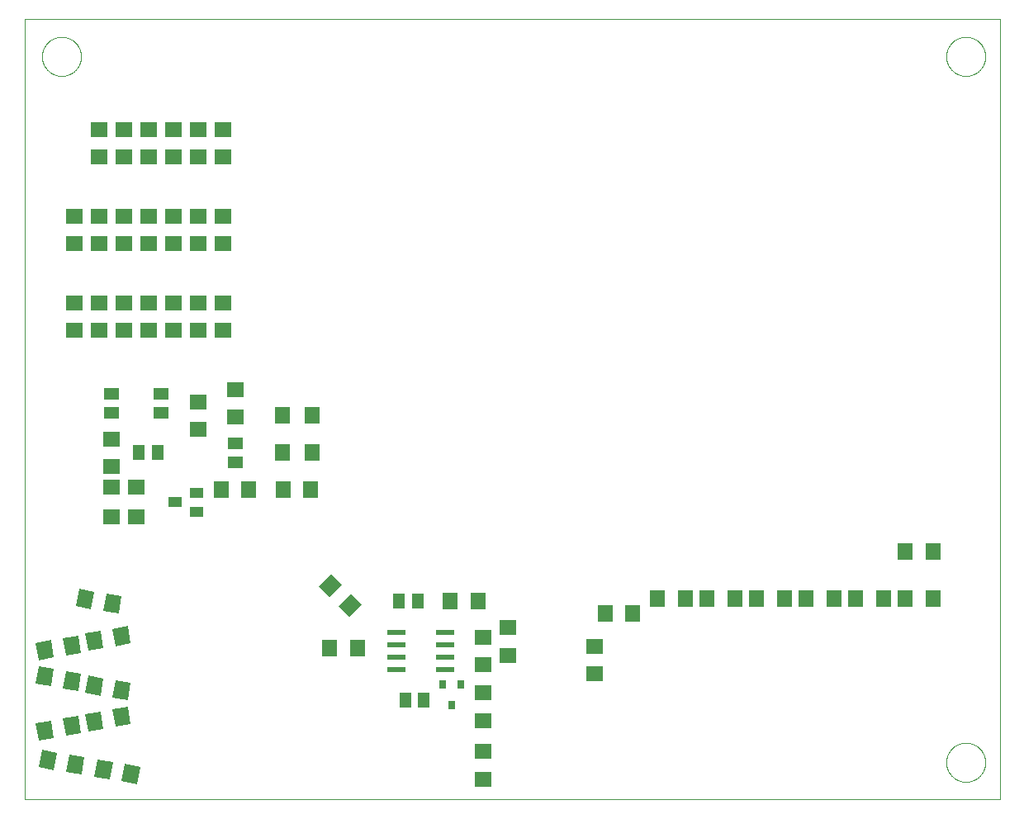
<source format=gtp>
G75*
%MOIN*%
%OFA0B0*%
%FSLAX25Y25*%
%IPPOS*%
%LPD*%
%AMOC8*
5,1,8,0,0,1.08239X$1,22.5*
%
%ADD10C,0.00000*%
%ADD11R,0.05118X0.05906*%
%ADD12R,0.07098X0.06299*%
%ADD13R,0.06299X0.07098*%
%ADD14R,0.07800X0.02200*%
%ADD15R,0.05512X0.03937*%
%ADD16R,0.06000X0.06600*%
%ADD17R,0.06600X0.06000*%
%ADD18R,0.05906X0.05118*%
%ADD19R,0.03150X0.03543*%
D10*
X0028800Y1187300D02*
X0028800Y1502261D01*
X0422501Y1502261D01*
X0422501Y1187300D01*
X0028800Y1187300D01*
X0035926Y1487300D02*
X0035928Y1487493D01*
X0035935Y1487686D01*
X0035947Y1487879D01*
X0035964Y1488072D01*
X0035985Y1488264D01*
X0036011Y1488455D01*
X0036042Y1488646D01*
X0036077Y1488836D01*
X0036117Y1489025D01*
X0036162Y1489213D01*
X0036211Y1489400D01*
X0036265Y1489586D01*
X0036323Y1489770D01*
X0036386Y1489953D01*
X0036454Y1490134D01*
X0036525Y1490313D01*
X0036602Y1490491D01*
X0036682Y1490667D01*
X0036767Y1490840D01*
X0036856Y1491012D01*
X0036949Y1491181D01*
X0037046Y1491348D01*
X0037148Y1491513D01*
X0037253Y1491675D01*
X0037362Y1491834D01*
X0037476Y1491991D01*
X0037593Y1492144D01*
X0037713Y1492295D01*
X0037838Y1492443D01*
X0037966Y1492588D01*
X0038097Y1492729D01*
X0038232Y1492868D01*
X0038371Y1493003D01*
X0038512Y1493134D01*
X0038657Y1493262D01*
X0038805Y1493387D01*
X0038956Y1493507D01*
X0039109Y1493624D01*
X0039266Y1493738D01*
X0039425Y1493847D01*
X0039587Y1493952D01*
X0039752Y1494054D01*
X0039919Y1494151D01*
X0040088Y1494244D01*
X0040260Y1494333D01*
X0040433Y1494418D01*
X0040609Y1494498D01*
X0040787Y1494575D01*
X0040966Y1494646D01*
X0041147Y1494714D01*
X0041330Y1494777D01*
X0041514Y1494835D01*
X0041700Y1494889D01*
X0041887Y1494938D01*
X0042075Y1494983D01*
X0042264Y1495023D01*
X0042454Y1495058D01*
X0042645Y1495089D01*
X0042836Y1495115D01*
X0043028Y1495136D01*
X0043221Y1495153D01*
X0043414Y1495165D01*
X0043607Y1495172D01*
X0043800Y1495174D01*
X0043993Y1495172D01*
X0044186Y1495165D01*
X0044379Y1495153D01*
X0044572Y1495136D01*
X0044764Y1495115D01*
X0044955Y1495089D01*
X0045146Y1495058D01*
X0045336Y1495023D01*
X0045525Y1494983D01*
X0045713Y1494938D01*
X0045900Y1494889D01*
X0046086Y1494835D01*
X0046270Y1494777D01*
X0046453Y1494714D01*
X0046634Y1494646D01*
X0046813Y1494575D01*
X0046991Y1494498D01*
X0047167Y1494418D01*
X0047340Y1494333D01*
X0047512Y1494244D01*
X0047681Y1494151D01*
X0047848Y1494054D01*
X0048013Y1493952D01*
X0048175Y1493847D01*
X0048334Y1493738D01*
X0048491Y1493624D01*
X0048644Y1493507D01*
X0048795Y1493387D01*
X0048943Y1493262D01*
X0049088Y1493134D01*
X0049229Y1493003D01*
X0049368Y1492868D01*
X0049503Y1492729D01*
X0049634Y1492588D01*
X0049762Y1492443D01*
X0049887Y1492295D01*
X0050007Y1492144D01*
X0050124Y1491991D01*
X0050238Y1491834D01*
X0050347Y1491675D01*
X0050452Y1491513D01*
X0050554Y1491348D01*
X0050651Y1491181D01*
X0050744Y1491012D01*
X0050833Y1490840D01*
X0050918Y1490667D01*
X0050998Y1490491D01*
X0051075Y1490313D01*
X0051146Y1490134D01*
X0051214Y1489953D01*
X0051277Y1489770D01*
X0051335Y1489586D01*
X0051389Y1489400D01*
X0051438Y1489213D01*
X0051483Y1489025D01*
X0051523Y1488836D01*
X0051558Y1488646D01*
X0051589Y1488455D01*
X0051615Y1488264D01*
X0051636Y1488072D01*
X0051653Y1487879D01*
X0051665Y1487686D01*
X0051672Y1487493D01*
X0051674Y1487300D01*
X0051672Y1487107D01*
X0051665Y1486914D01*
X0051653Y1486721D01*
X0051636Y1486528D01*
X0051615Y1486336D01*
X0051589Y1486145D01*
X0051558Y1485954D01*
X0051523Y1485764D01*
X0051483Y1485575D01*
X0051438Y1485387D01*
X0051389Y1485200D01*
X0051335Y1485014D01*
X0051277Y1484830D01*
X0051214Y1484647D01*
X0051146Y1484466D01*
X0051075Y1484287D01*
X0050998Y1484109D01*
X0050918Y1483933D01*
X0050833Y1483760D01*
X0050744Y1483588D01*
X0050651Y1483419D01*
X0050554Y1483252D01*
X0050452Y1483087D01*
X0050347Y1482925D01*
X0050238Y1482766D01*
X0050124Y1482609D01*
X0050007Y1482456D01*
X0049887Y1482305D01*
X0049762Y1482157D01*
X0049634Y1482012D01*
X0049503Y1481871D01*
X0049368Y1481732D01*
X0049229Y1481597D01*
X0049088Y1481466D01*
X0048943Y1481338D01*
X0048795Y1481213D01*
X0048644Y1481093D01*
X0048491Y1480976D01*
X0048334Y1480862D01*
X0048175Y1480753D01*
X0048013Y1480648D01*
X0047848Y1480546D01*
X0047681Y1480449D01*
X0047512Y1480356D01*
X0047340Y1480267D01*
X0047167Y1480182D01*
X0046991Y1480102D01*
X0046813Y1480025D01*
X0046634Y1479954D01*
X0046453Y1479886D01*
X0046270Y1479823D01*
X0046086Y1479765D01*
X0045900Y1479711D01*
X0045713Y1479662D01*
X0045525Y1479617D01*
X0045336Y1479577D01*
X0045146Y1479542D01*
X0044955Y1479511D01*
X0044764Y1479485D01*
X0044572Y1479464D01*
X0044379Y1479447D01*
X0044186Y1479435D01*
X0043993Y1479428D01*
X0043800Y1479426D01*
X0043607Y1479428D01*
X0043414Y1479435D01*
X0043221Y1479447D01*
X0043028Y1479464D01*
X0042836Y1479485D01*
X0042645Y1479511D01*
X0042454Y1479542D01*
X0042264Y1479577D01*
X0042075Y1479617D01*
X0041887Y1479662D01*
X0041700Y1479711D01*
X0041514Y1479765D01*
X0041330Y1479823D01*
X0041147Y1479886D01*
X0040966Y1479954D01*
X0040787Y1480025D01*
X0040609Y1480102D01*
X0040433Y1480182D01*
X0040260Y1480267D01*
X0040088Y1480356D01*
X0039919Y1480449D01*
X0039752Y1480546D01*
X0039587Y1480648D01*
X0039425Y1480753D01*
X0039266Y1480862D01*
X0039109Y1480976D01*
X0038956Y1481093D01*
X0038805Y1481213D01*
X0038657Y1481338D01*
X0038512Y1481466D01*
X0038371Y1481597D01*
X0038232Y1481732D01*
X0038097Y1481871D01*
X0037966Y1482012D01*
X0037838Y1482157D01*
X0037713Y1482305D01*
X0037593Y1482456D01*
X0037476Y1482609D01*
X0037362Y1482766D01*
X0037253Y1482925D01*
X0037148Y1483087D01*
X0037046Y1483252D01*
X0036949Y1483419D01*
X0036856Y1483588D01*
X0036767Y1483760D01*
X0036682Y1483933D01*
X0036602Y1484109D01*
X0036525Y1484287D01*
X0036454Y1484466D01*
X0036386Y1484647D01*
X0036323Y1484830D01*
X0036265Y1485014D01*
X0036211Y1485200D01*
X0036162Y1485387D01*
X0036117Y1485575D01*
X0036077Y1485764D01*
X0036042Y1485954D01*
X0036011Y1486145D01*
X0035985Y1486336D01*
X0035964Y1486528D01*
X0035947Y1486721D01*
X0035935Y1486914D01*
X0035928Y1487107D01*
X0035926Y1487300D01*
X0400926Y1487300D02*
X0400928Y1487493D01*
X0400935Y1487686D01*
X0400947Y1487879D01*
X0400964Y1488072D01*
X0400985Y1488264D01*
X0401011Y1488455D01*
X0401042Y1488646D01*
X0401077Y1488836D01*
X0401117Y1489025D01*
X0401162Y1489213D01*
X0401211Y1489400D01*
X0401265Y1489586D01*
X0401323Y1489770D01*
X0401386Y1489953D01*
X0401454Y1490134D01*
X0401525Y1490313D01*
X0401602Y1490491D01*
X0401682Y1490667D01*
X0401767Y1490840D01*
X0401856Y1491012D01*
X0401949Y1491181D01*
X0402046Y1491348D01*
X0402148Y1491513D01*
X0402253Y1491675D01*
X0402362Y1491834D01*
X0402476Y1491991D01*
X0402593Y1492144D01*
X0402713Y1492295D01*
X0402838Y1492443D01*
X0402966Y1492588D01*
X0403097Y1492729D01*
X0403232Y1492868D01*
X0403371Y1493003D01*
X0403512Y1493134D01*
X0403657Y1493262D01*
X0403805Y1493387D01*
X0403956Y1493507D01*
X0404109Y1493624D01*
X0404266Y1493738D01*
X0404425Y1493847D01*
X0404587Y1493952D01*
X0404752Y1494054D01*
X0404919Y1494151D01*
X0405088Y1494244D01*
X0405260Y1494333D01*
X0405433Y1494418D01*
X0405609Y1494498D01*
X0405787Y1494575D01*
X0405966Y1494646D01*
X0406147Y1494714D01*
X0406330Y1494777D01*
X0406514Y1494835D01*
X0406700Y1494889D01*
X0406887Y1494938D01*
X0407075Y1494983D01*
X0407264Y1495023D01*
X0407454Y1495058D01*
X0407645Y1495089D01*
X0407836Y1495115D01*
X0408028Y1495136D01*
X0408221Y1495153D01*
X0408414Y1495165D01*
X0408607Y1495172D01*
X0408800Y1495174D01*
X0408993Y1495172D01*
X0409186Y1495165D01*
X0409379Y1495153D01*
X0409572Y1495136D01*
X0409764Y1495115D01*
X0409955Y1495089D01*
X0410146Y1495058D01*
X0410336Y1495023D01*
X0410525Y1494983D01*
X0410713Y1494938D01*
X0410900Y1494889D01*
X0411086Y1494835D01*
X0411270Y1494777D01*
X0411453Y1494714D01*
X0411634Y1494646D01*
X0411813Y1494575D01*
X0411991Y1494498D01*
X0412167Y1494418D01*
X0412340Y1494333D01*
X0412512Y1494244D01*
X0412681Y1494151D01*
X0412848Y1494054D01*
X0413013Y1493952D01*
X0413175Y1493847D01*
X0413334Y1493738D01*
X0413491Y1493624D01*
X0413644Y1493507D01*
X0413795Y1493387D01*
X0413943Y1493262D01*
X0414088Y1493134D01*
X0414229Y1493003D01*
X0414368Y1492868D01*
X0414503Y1492729D01*
X0414634Y1492588D01*
X0414762Y1492443D01*
X0414887Y1492295D01*
X0415007Y1492144D01*
X0415124Y1491991D01*
X0415238Y1491834D01*
X0415347Y1491675D01*
X0415452Y1491513D01*
X0415554Y1491348D01*
X0415651Y1491181D01*
X0415744Y1491012D01*
X0415833Y1490840D01*
X0415918Y1490667D01*
X0415998Y1490491D01*
X0416075Y1490313D01*
X0416146Y1490134D01*
X0416214Y1489953D01*
X0416277Y1489770D01*
X0416335Y1489586D01*
X0416389Y1489400D01*
X0416438Y1489213D01*
X0416483Y1489025D01*
X0416523Y1488836D01*
X0416558Y1488646D01*
X0416589Y1488455D01*
X0416615Y1488264D01*
X0416636Y1488072D01*
X0416653Y1487879D01*
X0416665Y1487686D01*
X0416672Y1487493D01*
X0416674Y1487300D01*
X0416672Y1487107D01*
X0416665Y1486914D01*
X0416653Y1486721D01*
X0416636Y1486528D01*
X0416615Y1486336D01*
X0416589Y1486145D01*
X0416558Y1485954D01*
X0416523Y1485764D01*
X0416483Y1485575D01*
X0416438Y1485387D01*
X0416389Y1485200D01*
X0416335Y1485014D01*
X0416277Y1484830D01*
X0416214Y1484647D01*
X0416146Y1484466D01*
X0416075Y1484287D01*
X0415998Y1484109D01*
X0415918Y1483933D01*
X0415833Y1483760D01*
X0415744Y1483588D01*
X0415651Y1483419D01*
X0415554Y1483252D01*
X0415452Y1483087D01*
X0415347Y1482925D01*
X0415238Y1482766D01*
X0415124Y1482609D01*
X0415007Y1482456D01*
X0414887Y1482305D01*
X0414762Y1482157D01*
X0414634Y1482012D01*
X0414503Y1481871D01*
X0414368Y1481732D01*
X0414229Y1481597D01*
X0414088Y1481466D01*
X0413943Y1481338D01*
X0413795Y1481213D01*
X0413644Y1481093D01*
X0413491Y1480976D01*
X0413334Y1480862D01*
X0413175Y1480753D01*
X0413013Y1480648D01*
X0412848Y1480546D01*
X0412681Y1480449D01*
X0412512Y1480356D01*
X0412340Y1480267D01*
X0412167Y1480182D01*
X0411991Y1480102D01*
X0411813Y1480025D01*
X0411634Y1479954D01*
X0411453Y1479886D01*
X0411270Y1479823D01*
X0411086Y1479765D01*
X0410900Y1479711D01*
X0410713Y1479662D01*
X0410525Y1479617D01*
X0410336Y1479577D01*
X0410146Y1479542D01*
X0409955Y1479511D01*
X0409764Y1479485D01*
X0409572Y1479464D01*
X0409379Y1479447D01*
X0409186Y1479435D01*
X0408993Y1479428D01*
X0408800Y1479426D01*
X0408607Y1479428D01*
X0408414Y1479435D01*
X0408221Y1479447D01*
X0408028Y1479464D01*
X0407836Y1479485D01*
X0407645Y1479511D01*
X0407454Y1479542D01*
X0407264Y1479577D01*
X0407075Y1479617D01*
X0406887Y1479662D01*
X0406700Y1479711D01*
X0406514Y1479765D01*
X0406330Y1479823D01*
X0406147Y1479886D01*
X0405966Y1479954D01*
X0405787Y1480025D01*
X0405609Y1480102D01*
X0405433Y1480182D01*
X0405260Y1480267D01*
X0405088Y1480356D01*
X0404919Y1480449D01*
X0404752Y1480546D01*
X0404587Y1480648D01*
X0404425Y1480753D01*
X0404266Y1480862D01*
X0404109Y1480976D01*
X0403956Y1481093D01*
X0403805Y1481213D01*
X0403657Y1481338D01*
X0403512Y1481466D01*
X0403371Y1481597D01*
X0403232Y1481732D01*
X0403097Y1481871D01*
X0402966Y1482012D01*
X0402838Y1482157D01*
X0402713Y1482305D01*
X0402593Y1482456D01*
X0402476Y1482609D01*
X0402362Y1482766D01*
X0402253Y1482925D01*
X0402148Y1483087D01*
X0402046Y1483252D01*
X0401949Y1483419D01*
X0401856Y1483588D01*
X0401767Y1483760D01*
X0401682Y1483933D01*
X0401602Y1484109D01*
X0401525Y1484287D01*
X0401454Y1484466D01*
X0401386Y1484647D01*
X0401323Y1484830D01*
X0401265Y1485014D01*
X0401211Y1485200D01*
X0401162Y1485387D01*
X0401117Y1485575D01*
X0401077Y1485764D01*
X0401042Y1485954D01*
X0401011Y1486145D01*
X0400985Y1486336D01*
X0400964Y1486528D01*
X0400947Y1486721D01*
X0400935Y1486914D01*
X0400928Y1487107D01*
X0400926Y1487300D01*
X0400926Y1202300D02*
X0400928Y1202493D01*
X0400935Y1202686D01*
X0400947Y1202879D01*
X0400964Y1203072D01*
X0400985Y1203264D01*
X0401011Y1203455D01*
X0401042Y1203646D01*
X0401077Y1203836D01*
X0401117Y1204025D01*
X0401162Y1204213D01*
X0401211Y1204400D01*
X0401265Y1204586D01*
X0401323Y1204770D01*
X0401386Y1204953D01*
X0401454Y1205134D01*
X0401525Y1205313D01*
X0401602Y1205491D01*
X0401682Y1205667D01*
X0401767Y1205840D01*
X0401856Y1206012D01*
X0401949Y1206181D01*
X0402046Y1206348D01*
X0402148Y1206513D01*
X0402253Y1206675D01*
X0402362Y1206834D01*
X0402476Y1206991D01*
X0402593Y1207144D01*
X0402713Y1207295D01*
X0402838Y1207443D01*
X0402966Y1207588D01*
X0403097Y1207729D01*
X0403232Y1207868D01*
X0403371Y1208003D01*
X0403512Y1208134D01*
X0403657Y1208262D01*
X0403805Y1208387D01*
X0403956Y1208507D01*
X0404109Y1208624D01*
X0404266Y1208738D01*
X0404425Y1208847D01*
X0404587Y1208952D01*
X0404752Y1209054D01*
X0404919Y1209151D01*
X0405088Y1209244D01*
X0405260Y1209333D01*
X0405433Y1209418D01*
X0405609Y1209498D01*
X0405787Y1209575D01*
X0405966Y1209646D01*
X0406147Y1209714D01*
X0406330Y1209777D01*
X0406514Y1209835D01*
X0406700Y1209889D01*
X0406887Y1209938D01*
X0407075Y1209983D01*
X0407264Y1210023D01*
X0407454Y1210058D01*
X0407645Y1210089D01*
X0407836Y1210115D01*
X0408028Y1210136D01*
X0408221Y1210153D01*
X0408414Y1210165D01*
X0408607Y1210172D01*
X0408800Y1210174D01*
X0408993Y1210172D01*
X0409186Y1210165D01*
X0409379Y1210153D01*
X0409572Y1210136D01*
X0409764Y1210115D01*
X0409955Y1210089D01*
X0410146Y1210058D01*
X0410336Y1210023D01*
X0410525Y1209983D01*
X0410713Y1209938D01*
X0410900Y1209889D01*
X0411086Y1209835D01*
X0411270Y1209777D01*
X0411453Y1209714D01*
X0411634Y1209646D01*
X0411813Y1209575D01*
X0411991Y1209498D01*
X0412167Y1209418D01*
X0412340Y1209333D01*
X0412512Y1209244D01*
X0412681Y1209151D01*
X0412848Y1209054D01*
X0413013Y1208952D01*
X0413175Y1208847D01*
X0413334Y1208738D01*
X0413491Y1208624D01*
X0413644Y1208507D01*
X0413795Y1208387D01*
X0413943Y1208262D01*
X0414088Y1208134D01*
X0414229Y1208003D01*
X0414368Y1207868D01*
X0414503Y1207729D01*
X0414634Y1207588D01*
X0414762Y1207443D01*
X0414887Y1207295D01*
X0415007Y1207144D01*
X0415124Y1206991D01*
X0415238Y1206834D01*
X0415347Y1206675D01*
X0415452Y1206513D01*
X0415554Y1206348D01*
X0415651Y1206181D01*
X0415744Y1206012D01*
X0415833Y1205840D01*
X0415918Y1205667D01*
X0415998Y1205491D01*
X0416075Y1205313D01*
X0416146Y1205134D01*
X0416214Y1204953D01*
X0416277Y1204770D01*
X0416335Y1204586D01*
X0416389Y1204400D01*
X0416438Y1204213D01*
X0416483Y1204025D01*
X0416523Y1203836D01*
X0416558Y1203646D01*
X0416589Y1203455D01*
X0416615Y1203264D01*
X0416636Y1203072D01*
X0416653Y1202879D01*
X0416665Y1202686D01*
X0416672Y1202493D01*
X0416674Y1202300D01*
X0416672Y1202107D01*
X0416665Y1201914D01*
X0416653Y1201721D01*
X0416636Y1201528D01*
X0416615Y1201336D01*
X0416589Y1201145D01*
X0416558Y1200954D01*
X0416523Y1200764D01*
X0416483Y1200575D01*
X0416438Y1200387D01*
X0416389Y1200200D01*
X0416335Y1200014D01*
X0416277Y1199830D01*
X0416214Y1199647D01*
X0416146Y1199466D01*
X0416075Y1199287D01*
X0415998Y1199109D01*
X0415918Y1198933D01*
X0415833Y1198760D01*
X0415744Y1198588D01*
X0415651Y1198419D01*
X0415554Y1198252D01*
X0415452Y1198087D01*
X0415347Y1197925D01*
X0415238Y1197766D01*
X0415124Y1197609D01*
X0415007Y1197456D01*
X0414887Y1197305D01*
X0414762Y1197157D01*
X0414634Y1197012D01*
X0414503Y1196871D01*
X0414368Y1196732D01*
X0414229Y1196597D01*
X0414088Y1196466D01*
X0413943Y1196338D01*
X0413795Y1196213D01*
X0413644Y1196093D01*
X0413491Y1195976D01*
X0413334Y1195862D01*
X0413175Y1195753D01*
X0413013Y1195648D01*
X0412848Y1195546D01*
X0412681Y1195449D01*
X0412512Y1195356D01*
X0412340Y1195267D01*
X0412167Y1195182D01*
X0411991Y1195102D01*
X0411813Y1195025D01*
X0411634Y1194954D01*
X0411453Y1194886D01*
X0411270Y1194823D01*
X0411086Y1194765D01*
X0410900Y1194711D01*
X0410713Y1194662D01*
X0410525Y1194617D01*
X0410336Y1194577D01*
X0410146Y1194542D01*
X0409955Y1194511D01*
X0409764Y1194485D01*
X0409572Y1194464D01*
X0409379Y1194447D01*
X0409186Y1194435D01*
X0408993Y1194428D01*
X0408800Y1194426D01*
X0408607Y1194428D01*
X0408414Y1194435D01*
X0408221Y1194447D01*
X0408028Y1194464D01*
X0407836Y1194485D01*
X0407645Y1194511D01*
X0407454Y1194542D01*
X0407264Y1194577D01*
X0407075Y1194617D01*
X0406887Y1194662D01*
X0406700Y1194711D01*
X0406514Y1194765D01*
X0406330Y1194823D01*
X0406147Y1194886D01*
X0405966Y1194954D01*
X0405787Y1195025D01*
X0405609Y1195102D01*
X0405433Y1195182D01*
X0405260Y1195267D01*
X0405088Y1195356D01*
X0404919Y1195449D01*
X0404752Y1195546D01*
X0404587Y1195648D01*
X0404425Y1195753D01*
X0404266Y1195862D01*
X0404109Y1195976D01*
X0403956Y1196093D01*
X0403805Y1196213D01*
X0403657Y1196338D01*
X0403512Y1196466D01*
X0403371Y1196597D01*
X0403232Y1196732D01*
X0403097Y1196871D01*
X0402966Y1197012D01*
X0402838Y1197157D01*
X0402713Y1197305D01*
X0402593Y1197456D01*
X0402476Y1197609D01*
X0402362Y1197766D01*
X0402253Y1197925D01*
X0402148Y1198087D01*
X0402046Y1198252D01*
X0401949Y1198419D01*
X0401856Y1198588D01*
X0401767Y1198760D01*
X0401682Y1198933D01*
X0401602Y1199109D01*
X0401525Y1199287D01*
X0401454Y1199466D01*
X0401386Y1199647D01*
X0401323Y1199830D01*
X0401265Y1200014D01*
X0401211Y1200200D01*
X0401162Y1200387D01*
X0401117Y1200575D01*
X0401077Y1200764D01*
X0401042Y1200954D01*
X0401011Y1201145D01*
X0400985Y1201336D01*
X0400964Y1201528D01*
X0400947Y1201721D01*
X0400935Y1201914D01*
X0400928Y1202107D01*
X0400926Y1202300D01*
D11*
X0190040Y1227300D03*
X0182560Y1227300D03*
X0180060Y1267300D03*
X0187540Y1267300D03*
X0082540Y1327300D03*
X0075060Y1327300D03*
D12*
X0063800Y1321702D03*
X0063800Y1332898D03*
X0058800Y1376702D03*
X0058800Y1387898D03*
X0058800Y1411702D03*
X0058800Y1422898D03*
X0048800Y1422898D03*
X0048800Y1411702D03*
X0048800Y1387898D03*
X0048800Y1376702D03*
X0068800Y1376702D03*
X0068800Y1387898D03*
X0068800Y1411702D03*
X0068800Y1422898D03*
X0078800Y1422898D03*
X0078800Y1411702D03*
X0078800Y1387898D03*
X0078800Y1376702D03*
X0088800Y1376702D03*
X0088800Y1387898D03*
X0088800Y1411702D03*
X0088800Y1422898D03*
X0088800Y1446702D03*
X0088800Y1457898D03*
X0078800Y1457898D03*
X0078800Y1446702D03*
X0068800Y1446702D03*
X0068800Y1457898D03*
X0058800Y1457898D03*
X0058800Y1446702D03*
X0098800Y1446702D03*
X0098800Y1457898D03*
X0108800Y1457898D03*
X0108800Y1446702D03*
X0108800Y1422898D03*
X0108800Y1411702D03*
X0108800Y1387898D03*
X0108800Y1376702D03*
X0098800Y1376702D03*
X0098800Y1387898D03*
X0098800Y1411702D03*
X0098800Y1422898D03*
X0113800Y1352898D03*
X0113800Y1341702D03*
X0098800Y1336702D03*
X0098800Y1347898D03*
X0213800Y1252898D03*
X0213800Y1241702D03*
X0213800Y1230398D03*
X0213800Y1219202D03*
X0213800Y1206648D03*
X0213800Y1195452D03*
X0223800Y1245452D03*
X0223800Y1256648D03*
X0258800Y1249148D03*
X0258800Y1237952D03*
D13*
X0263202Y1262300D03*
X0274398Y1262300D03*
X0284452Y1268550D03*
X0295648Y1268550D03*
X0304452Y1268550D03*
X0315648Y1268550D03*
X0324452Y1268550D03*
X0335648Y1268550D03*
X0344452Y1268550D03*
X0355648Y1268550D03*
X0364452Y1268550D03*
X0375648Y1268550D03*
X0384452Y1268550D03*
X0384452Y1287300D03*
X0395648Y1287300D03*
X0395648Y1268550D03*
X0211898Y1267300D03*
X0200702Y1267300D03*
X0163148Y1248550D03*
G36*
X0160541Y1270577D02*
X0164995Y1266123D01*
X0159977Y1261105D01*
X0155523Y1265559D01*
X0160541Y1270577D01*
G37*
G36*
X0152623Y1278495D02*
X0157077Y1274041D01*
X0152059Y1269023D01*
X0147605Y1273477D01*
X0152623Y1278495D01*
G37*
X0151952Y1248550D03*
X0144398Y1312300D03*
X0133202Y1312300D03*
X0119398Y1312300D03*
X0108202Y1312300D03*
G36*
X0071780Y1250324D02*
X0065579Y1249231D01*
X0064346Y1256220D01*
X0070547Y1257313D01*
X0071780Y1250324D01*
G37*
G36*
X0061829Y1270369D02*
X0068030Y1269276D01*
X0066797Y1262287D01*
X0060596Y1263380D01*
X0061829Y1270369D01*
G37*
G36*
X0060754Y1248380D02*
X0054553Y1247287D01*
X0053320Y1254276D01*
X0059521Y1255369D01*
X0060754Y1248380D01*
G37*
G36*
X0054553Y1237313D02*
X0060754Y1236220D01*
X0059521Y1229231D01*
X0053320Y1230324D01*
X0054553Y1237313D01*
G37*
G36*
X0045579Y1239119D02*
X0051780Y1238026D01*
X0050547Y1231037D01*
X0044346Y1232130D01*
X0045579Y1239119D01*
G37*
G36*
X0051780Y1246574D02*
X0045579Y1245481D01*
X0044346Y1252470D01*
X0050547Y1253563D01*
X0051780Y1246574D01*
G37*
G36*
X0060754Y1215880D02*
X0054553Y1214787D01*
X0053320Y1221776D01*
X0059521Y1222869D01*
X0060754Y1215880D01*
G37*
G36*
X0058303Y1203563D02*
X0064504Y1202470D01*
X0063271Y1195481D01*
X0057070Y1196574D01*
X0058303Y1203563D01*
G37*
G36*
X0046829Y1205369D02*
X0053030Y1204276D01*
X0051797Y1197287D01*
X0045596Y1198380D01*
X0046829Y1205369D01*
G37*
G36*
X0051780Y1214074D02*
X0045579Y1212981D01*
X0044346Y1219970D01*
X0050547Y1221063D01*
X0051780Y1214074D01*
G37*
G36*
X0035803Y1207313D02*
X0042004Y1206220D01*
X0040771Y1199231D01*
X0034570Y1200324D01*
X0035803Y1207313D01*
G37*
G36*
X0040754Y1212130D02*
X0034553Y1211037D01*
X0033320Y1218026D01*
X0039521Y1219119D01*
X0040754Y1212130D01*
G37*
G36*
X0034553Y1241063D02*
X0040754Y1239970D01*
X0039521Y1232981D01*
X0033320Y1234074D01*
X0034553Y1241063D01*
G37*
G36*
X0040754Y1244630D02*
X0034553Y1243537D01*
X0033320Y1250526D01*
X0039521Y1251619D01*
X0040754Y1244630D01*
G37*
G36*
X0050803Y1272313D02*
X0057004Y1271220D01*
X0055771Y1264231D01*
X0049570Y1265324D01*
X0050803Y1272313D01*
G37*
G36*
X0065579Y1235369D02*
X0071780Y1234276D01*
X0070547Y1227287D01*
X0064346Y1228380D01*
X0065579Y1235369D01*
G37*
G36*
X0071780Y1217824D02*
X0065579Y1216731D01*
X0064346Y1223720D01*
X0070547Y1224813D01*
X0071780Y1217824D01*
G37*
G36*
X0069329Y1201619D02*
X0075530Y1200526D01*
X0074297Y1193537D01*
X0068096Y1194630D01*
X0069329Y1201619D01*
G37*
D14*
X0179100Y1239800D03*
X0179100Y1244800D03*
X0179100Y1249800D03*
X0179100Y1254800D03*
X0198500Y1254800D03*
X0198500Y1249800D03*
X0198500Y1244800D03*
X0198500Y1239800D03*
D15*
X0098131Y1303560D03*
X0098131Y1311040D03*
X0089469Y1307300D03*
D16*
X0132800Y1327300D03*
X0132800Y1342300D03*
X0144800Y1342300D03*
X0144800Y1327300D03*
D17*
X0073800Y1313300D03*
X0073800Y1301300D03*
X0063800Y1301300D03*
X0063800Y1313300D03*
D18*
X0063800Y1343560D03*
X0063800Y1351040D03*
X0083800Y1351040D03*
X0083800Y1343560D03*
X0113800Y1331040D03*
X0113800Y1323560D03*
D19*
X0197560Y1233737D03*
X0201300Y1225469D03*
X0205040Y1233737D03*
M02*

</source>
